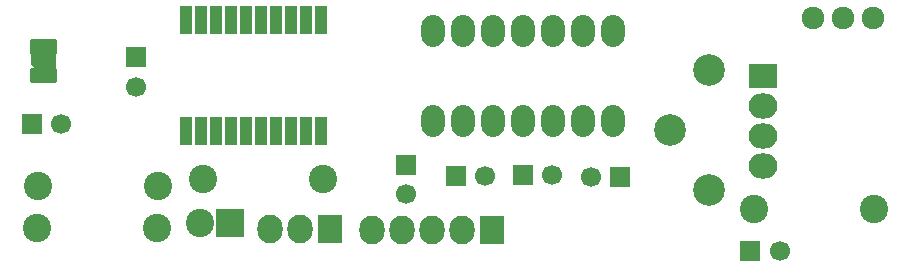
<source format=gbr>
G04 #@! TF.FileFunction,Soldermask,Top*
%FSLAX46Y46*%
G04 Gerber Fmt 4.6, Leading zero omitted, Abs format (unit mm)*
G04 Created by KiCad (PCBNEW 4.0.2+dfsg1-stable) date Thu 01 Dec 2016 16:17:54 GMT*
%MOMM*%
G01*
G04 APERTURE LIST*
%ADD10C,0.100000*%
%ADD11C,0.001000*%
%ADD12C,0.381000*%
%ADD13R,1.700000X1.700000*%
%ADD14C,1.700000*%
%ADD15C,2.398980*%
%ADD16R,0.500000X1.000000*%
%ADD17R,1.400000X0.600000*%
%ADD18R,1.000000X2.350000*%
%ADD19O,2.000000X2.700000*%
%ADD20R,2.127200X2.432000*%
%ADD21O,2.127200X2.432000*%
%ADD22R,2.432000X2.127200*%
%ADD23O,2.432000X2.127200*%
%ADD24C,2.686000*%
%ADD25R,2.400000X2.400000*%
%ADD26C,2.400000*%
%ADD27C,1.924000*%
G04 APERTURE END LIST*
D10*
D11*
G36*
X133970000Y-73040000D02*
X133620000Y-72690000D01*
X133620000Y-71740000D01*
X135620000Y-71740000D01*
X135620000Y-73040000D01*
X133970000Y-73040000D01*
G37*
X133970000Y-73040000D02*
X133620000Y-72690000D01*
X133620000Y-71740000D01*
X135620000Y-71740000D01*
X135620000Y-73040000D01*
X133970000Y-73040000D01*
D12*
G36*
X133670000Y-74040000D02*
X133670000Y-73140000D01*
X134070000Y-73140000D01*
X134070000Y-74040000D01*
X133670000Y-74040000D01*
G37*
X133670000Y-74040000D02*
X133670000Y-73140000D01*
X134070000Y-73140000D01*
X134070000Y-74040000D01*
X133670000Y-74040000D01*
G36*
X134170000Y-74040000D02*
X134170000Y-73140000D01*
X134570000Y-73140000D01*
X134570000Y-74040000D01*
X134170000Y-74040000D01*
G37*
X134170000Y-74040000D02*
X134170000Y-73140000D01*
X134570000Y-73140000D01*
X134570000Y-74040000D01*
X134170000Y-74040000D01*
G36*
X134670000Y-74040000D02*
X134670000Y-73140000D01*
X135070000Y-73140000D01*
X135070000Y-74040000D01*
X134670000Y-74040000D01*
G37*
X134670000Y-74040000D02*
X134670000Y-73140000D01*
X135070000Y-73140000D01*
X135070000Y-74040000D01*
X134670000Y-74040000D01*
G36*
X135170000Y-74040000D02*
X135170000Y-73140000D01*
X135570000Y-73140000D01*
X135570000Y-74040000D01*
X135170000Y-74040000D01*
G37*
X135170000Y-74040000D02*
X135170000Y-73140000D01*
X135570000Y-73140000D01*
X135570000Y-74040000D01*
X135170000Y-74040000D01*
G36*
X133670000Y-71640000D02*
X133670000Y-70740000D01*
X134070000Y-70740000D01*
X134070000Y-71640000D01*
X133670000Y-71640000D01*
G37*
X133670000Y-71640000D02*
X133670000Y-70740000D01*
X134070000Y-70740000D01*
X134070000Y-71640000D01*
X133670000Y-71640000D01*
G36*
X134170000Y-71640000D02*
X134170000Y-70740000D01*
X134570000Y-70740000D01*
X134570000Y-71640000D01*
X134170000Y-71640000D01*
G37*
X134170000Y-71640000D02*
X134170000Y-70740000D01*
X134570000Y-70740000D01*
X134570000Y-71640000D01*
X134170000Y-71640000D01*
G36*
X134670000Y-71640000D02*
X134670000Y-70740000D01*
X135070000Y-70740000D01*
X135070000Y-71640000D01*
X134670000Y-71640000D01*
G37*
X134670000Y-71640000D02*
X134670000Y-70740000D01*
X135070000Y-70740000D01*
X135070000Y-71640000D01*
X134670000Y-71640000D01*
G36*
X135170000Y-71640000D02*
X135170000Y-70740000D01*
X135570000Y-70740000D01*
X135570000Y-71640000D01*
X135170000Y-71640000D01*
G37*
X135170000Y-71640000D02*
X135170000Y-70740000D01*
X135570000Y-70740000D01*
X135570000Y-71640000D01*
X135170000Y-71640000D01*
D13*
X142494000Y-72085200D03*
D14*
X142494000Y-74585200D03*
D13*
X175234600Y-82067400D03*
D14*
X177734600Y-82067400D03*
D13*
X169545000Y-82143600D03*
D14*
X172045000Y-82143600D03*
D13*
X165354000Y-81203800D03*
D14*
X165354000Y-83703800D03*
D13*
X183489600Y-82245200D03*
D14*
X180989600Y-82245200D03*
D13*
X133654800Y-77724000D03*
D14*
X136154800Y-77724000D03*
D15*
X144297400Y-86537800D03*
X134137400Y-86537800D03*
X144322800Y-83032600D03*
X134162800Y-83032600D03*
X148132800Y-82372200D03*
X158292800Y-82372200D03*
X204978000Y-84963000D03*
X194818000Y-84963000D03*
D16*
X133870000Y-73590000D03*
X134370000Y-73590000D03*
X134870000Y-73590000D03*
X135370000Y-73590000D03*
X135370000Y-71190000D03*
X134870000Y-71190000D03*
X134370000Y-71190000D03*
X133870000Y-71190000D03*
D17*
X134620000Y-72390000D03*
D18*
X146685000Y-78360000D03*
X147955000Y-78360000D03*
X149225000Y-78360000D03*
X150495000Y-78360000D03*
X151765000Y-78360000D03*
X153035000Y-78360000D03*
X154305000Y-78360000D03*
X155575000Y-78360000D03*
X156845000Y-78360000D03*
X158115000Y-78360000D03*
X158115000Y-68960000D03*
X156845000Y-68960000D03*
X155575000Y-68960000D03*
X154305000Y-68960000D03*
X153035000Y-68960000D03*
X151765000Y-68960000D03*
X150495000Y-68960000D03*
X149225000Y-68960000D03*
X147955000Y-68960000D03*
X146685000Y-68960000D03*
D19*
X167640000Y-77470000D03*
X170180000Y-77470000D03*
X172720000Y-77470000D03*
X175260000Y-77470000D03*
X177800000Y-77470000D03*
X180340000Y-77470000D03*
X182880000Y-77470000D03*
X182880000Y-69850000D03*
X180340000Y-69850000D03*
X177800000Y-69850000D03*
X175260000Y-69850000D03*
X172720000Y-69850000D03*
X170180000Y-69850000D03*
X167640000Y-69850000D03*
D20*
X172593000Y-86741000D03*
D21*
X170053000Y-86741000D03*
X167513000Y-86741000D03*
X164973000Y-86741000D03*
X162433000Y-86741000D03*
D22*
X195529200Y-73710800D03*
D23*
X195529200Y-76250800D03*
X195529200Y-78790800D03*
X195529200Y-81330800D03*
D24*
X191033400Y-83312000D03*
X191033400Y-73152000D03*
X187731400Y-78232000D03*
D25*
X150418800Y-86156800D03*
D26*
X147878800Y-86156800D03*
D27*
X202311000Y-68808600D03*
X204851000Y-68808600D03*
X199771000Y-68808600D03*
D13*
X194487800Y-88468200D03*
D14*
X196987800Y-88468200D03*
D20*
X158927800Y-86614000D03*
D21*
X156387800Y-86614000D03*
X153847800Y-86614000D03*
M02*

</source>
